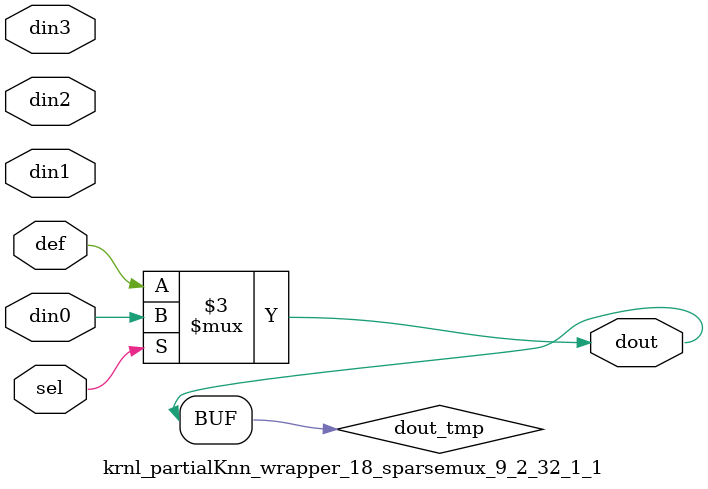
<source format=v>
`timescale 1 ns / 1 ps
module krnl_partialKnn_wrapper_18_sparsemux_9_2_32_1_1 (din0,din1,din2,din3,def,sel,dout);
parameter din0_WIDTH = 1;
parameter din1_WIDTH = 1;
parameter din2_WIDTH = 1;
parameter din3_WIDTH = 1;
parameter def_WIDTH = 1;
parameter sel_WIDTH = 1;
parameter dout_WIDTH = 1;
parameter [sel_WIDTH-1:0] CASE0 = 1;
parameter [sel_WIDTH-1:0] CASE1 = 1;
parameter [sel_WIDTH-1:0] CASE2 = 1;
parameter [sel_WIDTH-1:0] CASE3 = 1;
parameter ID = 1;
parameter NUM_STAGE = 1;
input [din0_WIDTH-1:0] din0;
input [din1_WIDTH-1:0] din1;
input [din2_WIDTH-1:0] din2;
input [din3_WIDTH-1:0] din3;
input [def_WIDTH-1:0] def;
input [sel_WIDTH-1:0] sel;
output [dout_WIDTH-1:0] dout;
reg [dout_WIDTH-1:0] dout_tmp;
always @ (*) begin
case (sel)
    
    CASE0 : dout_tmp = din0;
    
    CASE1 : dout_tmp = din1;
    
    CASE2 : dout_tmp = din2;
    
    CASE3 : dout_tmp = din3;
    
    default : dout_tmp = def;
endcase
end
assign dout = dout_tmp;
endmodule
</source>
